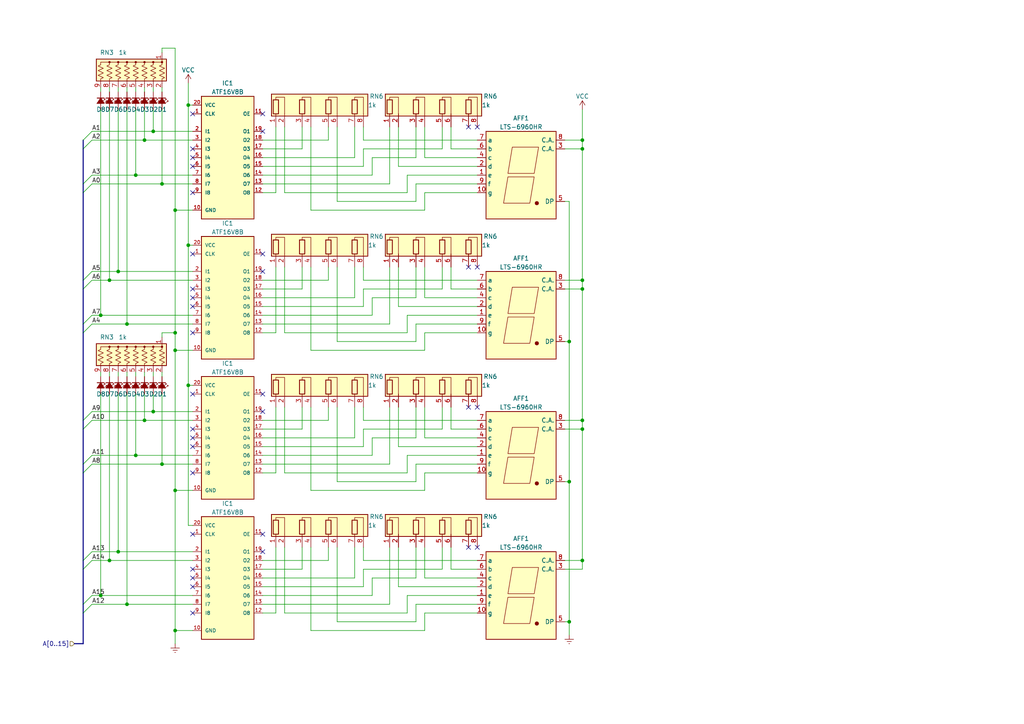
<source format=kicad_sch>
(kicad_sch (version 20230121) (generator eeschema)
  (paper "A4")
  (lib_symbols
    (symbol "ATF16V8B:ATF16V8B" (pin_names (offset 1.016))
      (property "Reference" "IC" (at -7.6215 19.0537 0))
      (property "Value" "ATF16V8B" (at -7.6215 -20.3241 0))
      (symbol "ATF16V8B_0_0"
        (rectangle (start -7.62 -17.78) (end 7.62 17.78) (stroke (width 0.254)) (fill (type background)))
        (pin input line (at -10.16 12.7 0) (length 2.54) (name "CLK") (number "1"))
        (pin power_in line (at -10.16 -15.24 0) (length 2.54) (name "GND") (number "10"))
        (pin input line (at 10.16 12.7 180) (length 2.54) (name "OE") (number "11"))
        (pin output line (at 10.16 -10.16 180) (length 2.54) (name "O8") (number "12"))
        (pin output line (at 10.16 -7.62 180) (length 2.54) (name "O7") (number "13"))
        (pin output line (at 10.16 -5.08 180) (length 2.54) (name "O6") (number "14"))
        (pin output line (at 10.16 -2.54 180) (length 2.54) (name "O5") (number "15"))
        (pin output line (at 10.16 0 180) (length 2.54) (name "O4") (number "16"))
        (pin output line (at 10.16 2.54 180) (length 2.54) (name "O3") (number "17"))
        (pin output line (at 10.16 5.08 180) (length 2.54) (name "O2") (number "18"))
        (pin output line (at 10.16 7.62 180) (length 2.54) (name "O1") (number "19"))
        (pin input line (at -10.16 7.62 0) (length 2.54) (name "I1") (number "2"))
        (pin power_in line (at -10.16 15.24 0) (length 2.54) (name "VCC") (number "20"))
        (pin input line (at -10.16 5.08 0) (length 2.54) (name "I2") (number "3"))
        (pin input line (at -10.16 2.54 0) (length 2.54) (name "I3") (number "4"))
        (pin input line (at -10.16 0 0) (length 2.54) (name "I4") (number "5"))
        (pin input line (at -10.16 -2.54 0) (length 2.54) (name "I5") (number "6"))
        (pin input line (at -10.16 -5.08 0) (length 2.54) (name "I6") (number "7"))
        (pin input line (at -10.16 -7.62 0) (length 2.54) (name "I7") (number "8"))
        (pin input line (at -10.16 -10.16 0) (length 2.54) (name "I8") (number "9"))
      )
    )
    (symbol "Device:LED_Small_Filled" (pin_numbers hide) (pin_names (offset 0.254) hide)
      (property "Reference" "D" (at -1.27 3.175 0))
      (property "Value" "LED_Small_Filled" (at -4.445 -2.54 0))
      (symbol "LED_Small_Filled_0_1"
        (polyline (pts (xy -0.762 -1.016) (xy -0.762 1.016)) (stroke (width 0.254)))
        (polyline (pts (xy 1.016 0) (xy -0.762 0)))
        (polyline (pts (xy 0.762 -1.016) (xy -0.762 0) (xy 0.762 1.016) (xy 0.762 -1.016)) (stroke (width 0.254)) (fill (type outline)))
        (polyline (pts (xy 0 0.762) (xy -0.508 1.27) (xy -0.254 1.27) (xy -0.508 1.27) (xy -0.508 1.016)))
        (polyline (pts (xy 0.508 1.27) (xy 0 1.778) (xy 0.254 1.778) (xy 0 1.778) (xy 0 1.524)))
      )
      (symbol "LED_Small_Filled_1_1"
        (pin passive line (at -2.54 0 0) (length 1.778) (name "K") (number "1"))
        (pin passive line (at 2.54 0 180) (length 1.778) (name "A") (number "2"))
      )
    )
    (symbol "Device:R_Network08_US" (pin_names (offset 0) hide)
      (property "Reference" "RN" (at -12.7 0 90))
      (property "Value" "R_Network08_US" (at 10.16 0 90))
      (symbol "R_Network08_US_0_1"
        (rectangle (start -11.43 -3.175) (end 8.89 3.175) (stroke (width 0.254)) (fill (type background)))
        (circle (center -10.16 2.286) (radius 0.254) (fill (type outline)))
        (circle (center -7.62 2.286) (radius 0.254) (fill (type outline)))
        (circle (center -5.08 2.286) (radius 0.254) (fill (type outline)))
        (circle (center -2.54 2.286) (radius 0.254) (fill (type outline)))
        (polyline (pts (xy -10.16 2.286) (xy 7.62 2.286)))
        (polyline (pts (xy -10.16 2.286) (xy -10.16 1.524) (xy -9.398 1.1684) (xy -10.922 0.508) (xy -9.398 -0.1524) (xy -10.922 -0.8382) (xy -9.398 -1.524) (xy -10.922 -2.1844) (xy -10.16 -2.54) (xy -10.16 -3.81)))
        (polyline (pts (xy -7.62 2.286) (xy -7.62 1.524) (xy -6.858 1.1684) (xy -8.382 0.508) (xy -6.858 -0.1524) (xy -8.382 -0.8382) (xy -6.858 -1.524) (xy -8.382 -2.1844) (xy -7.62 -2.54) (xy -7.62 -3.81)))
        (polyline (pts (xy -5.08 2.286) (xy -5.08 1.524) (xy -4.318 1.1684) (xy -5.842 0.508) (xy -4.318 -0.1524) (xy -5.842 -0.8382) (xy -4.318 -1.524) (xy -5.842 -2.1844) (xy -5.08 -2.54) (xy -5.08 -3.81)))
        (polyline (pts (xy -2.54 2.286) (xy -2.54 1.524) (xy -1.778 1.1684) (xy -3.302 0.508) (xy -1.778 -0.1524) (xy -3.302 -0.8382) (xy -1.778 -1.524) (xy -3.302 -2.1844) (xy -2.54 -2.54) (xy -2.54 -3.81)))
        (polyline (pts (xy 0 2.286) (xy 0 1.524) (xy 0.762 1.1684) (xy -0.762 0.508) (xy 0.762 -0.1524) (xy -0.762 -0.8382) (xy 0.762 -1.524) (xy -0.762 -2.1844) (xy 0 -2.54) (xy 0 -3.81)))
        (polyline (pts (xy 2.54 2.286) (xy 2.54 1.524) (xy 3.302 1.1684) (xy 1.778 0.508) (xy 3.302 -0.1524) (xy 1.778 -0.8382) (xy 3.302 -1.524) (xy 1.778 -2.1844) (xy 2.54 -2.54) (xy 2.54 -3.81)))
        (polyline (pts (xy 5.08 2.286) (xy 5.08 1.524) (xy 5.842 1.1684) (xy 4.318 0.508) (xy 5.842 -0.1524) (xy 4.318 -0.8382) (xy 5.842 -1.524) (xy 4.318 -2.1844) (xy 5.08 -2.54) (xy 5.08 -3.81)))
        (polyline (pts (xy 7.62 2.286) (xy 7.62 1.524) (xy 8.382 1.1684) (xy 6.858 0.508) (xy 8.382 -0.1524) (xy 6.858 -0.8382) (xy 8.382 -1.524) (xy 6.858 -2.1844) (xy 7.62 -2.54) (xy 7.62 -3.81)))
        (circle (center 0 2.286) (radius 0.254) (fill (type outline)))
        (circle (center 2.54 2.286) (radius 0.254) (fill (type outline)))
        (circle (center 5.08 2.286) (radius 0.254) (fill (type outline)))
      )
      (symbol "R_Network08_US_1_1"
        (pin passive line (at -10.16 5.08 270) (length 2.54) (name "common") (number "1"))
        (pin passive line (at -10.16 -5.08 90) (length 1.27) (name "R1") (number "2"))
        (pin passive line (at -7.62 -5.08 90) (length 1.27) (name "R2") (number "3"))
        (pin passive line (at -5.08 -5.08 90) (length 1.27) (name "R3") (number "4"))
        (pin passive line (at -2.54 -5.08 90) (length 1.27) (name "R4") (number "5"))
        (pin passive line (at 0 -5.08 90) (length 1.27) (name "R5") (number "6"))
        (pin passive line (at 2.54 -5.08 90) (length 1.27) (name "R6") (number "7"))
        (pin passive line (at 5.08 -5.08 90) (length 1.27) (name "R7") (number "8"))
        (pin passive line (at 7.62 -5.08 90) (length 1.27) (name "R8") (number "9"))
      )
    )
    (symbol "Device:R_Pack04_SIP" (pin_names (offset 0) hide)
      (property "Reference" "RN" (at -15.24 0 90))
      (property "Value" "R_Pack04_SIP" (at 15.24 0 90))
      (symbol "R_Pack04_SIP_0_1"
        (rectangle (start -13.97 -1.905) (end 13.97 4.445) (stroke (width 0.254)) (fill (type background)))
        (rectangle (start -13.462 2.794) (end -11.938 -1.27) (stroke (width 0.254)))
        (rectangle (start -5.842 2.794) (end -4.318 -1.27) (stroke (width 0.254)))
        (polyline (pts (xy -12.7 2.794) (xy -12.7 3.556) (xy -10.16 3.556) (xy -10.16 -1.27)))
        (polyline (pts (xy -5.08 2.794) (xy -5.08 3.556) (xy -2.54 3.556) (xy -2.54 -1.27)))
        (polyline (pts (xy 2.54 2.794) (xy 2.54 3.556) (xy 5.08 3.556) (xy 5.08 -1.27)))
        (polyline (pts (xy 10.16 2.794) (xy 10.16 3.556) (xy 12.7 3.556) (xy 12.7 -1.27)))
        (rectangle (start 1.778 2.794) (end 3.302 -1.27) (stroke (width 0.254)))
        (rectangle (start 9.398 2.794) (end 10.922 -1.27) (stroke (width 0.254)))
      )
      (symbol "R_Pack04_SIP_1_1"
        (pin passive line (at -12.7 -5.08 90) (length 3.81) (name "R1.1") (number "1"))
        (pin passive line (at -10.16 -5.08 90) (length 3.81) (name "R1.2") (number "2"))
        (pin passive line (at -5.08 -5.08 90) (length 3.81) (name "R2.1") (number "3"))
        (pin passive line (at -2.54 -5.08 90) (length 3.81) (name "R2.2") (number "4"))
        (pin passive line (at 2.54 -5.08 90) (length 3.81) (name "R3.1") (number "5"))
        (pin passive line (at 5.08 -5.08 90) (length 3.81) (name "R3.2") (number "6"))
        (pin passive line (at 10.16 -5.08 90) (length 3.81) (name "R4.1") (number "7"))
        (pin passive line (at 12.7 -5.08 90) (length 3.81) (name "R4.2") (number "8"))
      )
    )
    (symbol "Display_Character:LTS-6960HR"
      (property "Reference" "AFF" (at -7.874 13.97 0))
      (property "Value" "LTS-6960HR" (at -2.032 13.97 0))
      (symbol "LTS-6960HR_0_1"
        (rectangle (start -10.16 12.7) (end 10.16 -12.7) (stroke (width 0.254)) (fill (type background)))
        (polyline (pts (xy -3.81 -0.508) (xy 3.81 -0.508) (xy 2.54 -8.128) (xy -5.08 -8.128) (xy -3.81 -0.508) (xy -3.81 -0.508)))
        (polyline (pts (xy -2.54 8.128) (xy 5.08 8.128) (xy 3.81 0.508) (xy -3.81 0.508) (xy -2.54 8.128) (xy -2.54 8.128)))
        (circle (center 4.572 -8.128) (radius 0.508) (fill (type outline)))
      )
      (symbol "LTS-6960HR_1_1"
        (pin passive line (at -12.7 0 0) (length 2.54) (name "e") (number "1"))
        (pin passive line (at -12.7 -5.08 0) (length 2.54) (name "g") (number "10"))
        (pin passive line (at -12.7 2.54 0) (length 2.54) (name "d") (number "2"))
        (pin passive line (at 12.7 7.62 180) (length 2.54) (name "C.A.") (number "3"))
        (pin passive line (at -12.7 5.08 0) (length 2.54) (name "c") (number "4"))
        (pin passive line (at 12.7 -7.62 180) (length 2.54) (name "DP") (number "5"))
        (pin passive line (at -12.7 7.62 0) (length 2.54) (name "b") (number "6"))
        (pin passive line (at -12.7 10.16 0) (length 2.54) (name "a") (number "7"))
        (pin passive line (at 12.7 10.16 180) (length 2.54) (name "C.A.") (number "8"))
        (pin passive line (at -12.7 -2.54 0) (length 2.54) (name "f") (number "9"))
      )
    )
    (symbol "power:Earth" (power) (pin_names (offset 0))
      (symbol "Earth_0_1"
        (polyline (pts (xy -0.635 -1.905) (xy 0.635 -1.905)))
        (polyline (pts (xy -0.127 -2.54) (xy 0.127 -2.54)))
        (polyline (pts (xy 0 -1.27) (xy 0 0)))
        (polyline (pts (xy 1.27 -1.27) (xy -1.27 -1.27)))
      )
      (symbol "Earth_1_1"
        (pin power_in line (at 0 0 270) (length 0) hide (name "Earth") (number "1"))
      )
    )
    (symbol "power:VCC" (power) (pin_names (offset 0))
      (property "Value" "VCC" (at 0 3.81 0))
      (symbol "VCC_0_1"
        (polyline (pts (xy -0.762 1.27) (xy 0 2.54)))
        (polyline (pts (xy 0 0) (xy 0 2.54)))
        (polyline (pts (xy 0 2.54) (xy 0.762 1.27)))
      )
      (symbol "VCC_1_1"
        (pin power_in line (at 0 0 90) (length 0) hide (name "VCC") (number "1"))
      )
    )
  )
  (junction (at 50.8 101.6))
  (junction (at 168.91 83.82))
  (junction (at 46.99 53.34))
  (junction (at 46.99 134.62))
  (junction (at 168.91 43.18))
  (junction (at 44.45 38.1))
  (junction (at 44.45 119.38))
  (junction (at 31.75 81.28))
  (junction (at 168.91 40.64))
  (junction (at 29.21 172.72))
  (junction (at 29.21 91.44))
  (junction (at 41.91 40.64))
  (junction (at 168.91 121.92))
  (junction (at 54.61 71.12))
  (junction (at 165.1 180.34))
  (junction (at 34.29 78.74))
  (junction (at 50.8 60.96))
  (junction (at 54.61 111.76))
  (junction (at 36.83 93.98))
  (junction (at 36.83 175.26))
  (junction (at 34.29 160.02))
  (junction (at 39.37 50.8))
  (junction (at 41.91 121.92))
  (junction (at 39.37 132.08))
  (junction (at 165.1 139.7))
  (junction (at 31.75 162.56))
  (junction (at 54.61 30.48))
  (junction (at 168.91 124.46))
  (junction (at 50.8 182.88))
  (junction (at 168.91 162.56))
  (junction (at 50.8 96.52))
  (junction (at 165.1 99.06))
  (junction (at 50.8 142.24))
  (junction (at 168.91 81.28))
  (no_connect (at 55.88 33.02))
  (no_connect (at 55.88 170.18))
  (no_connect (at 76.2 38.1))
  (no_connect (at 76.2 78.74))
  (no_connect (at 76.2 160.02))
  (no_connect (at 138.43 158.75))
  (no_connect (at 55.88 55.88))
  (no_connect (at 76.2 119.38))
  (no_connect (at 55.88 129.54))
  (no_connect (at 55.88 177.8))
  (no_connect (at 55.88 43.18))
  (no_connect (at 55.88 86.36))
  (no_connect (at 76.2 154.94))
  (no_connect (at 55.88 83.82))
  (no_connect (at 76.2 33.02))
  (no_connect (at 55.88 48.26))
  (no_connect (at 55.88 45.72))
  (no_connect (at 135.89 118.11))
  (no_connect (at 138.43 36.83))
  (no_connect (at 55.88 124.46))
  (no_connect (at 55.88 154.94))
  (no_connect (at 55.88 137.16))
  (no_connect (at 55.88 88.9))
  (no_connect (at 138.43 77.47))
  (no_connect (at 76.2 73.66))
  (no_connect (at 55.88 114.3))
  (no_connect (at 135.89 158.75))
  (no_connect (at 138.43 118.11))
  (no_connect (at 55.88 165.1))
  (no_connect (at 135.89 77.47))
  (no_connect (at 55.88 73.66))
  (no_connect (at 135.89 36.83))
  (no_connect (at 55.88 167.64))
  (no_connect (at 55.88 127))
  (no_connect (at 55.88 96.52))
  (no_connect (at 76.2 114.3))
  (bus_entry (at 24.13 175.26) (size 2.54 -2.54))
  (bus_entry (at 24.13 55.88) (size 2.54 -2.54))
  (bus_entry (at 24.13 124.46) (size 2.54 -2.54))
  (bus_entry (at 24.13 43.18) (size 2.54 -2.54))
  (bus_entry (at 24.13 121.92) (size 2.54 -2.54))
  (bus_entry (at 24.13 134.62) (size 2.54 -2.54))
  (bus_entry (at 24.13 96.52) (size 2.54 -2.54))
  (bus_entry (at 24.13 137.16) (size 2.54 -2.54))
  (bus_entry (at 24.13 81.28) (size 2.54 -2.54))
  (bus_entry (at 24.13 53.34) (size 2.54 -2.54))
  (bus_entry (at 24.13 93.98) (size 2.54 -2.54))
  (bus_entry (at 24.13 177.8) (size 2.54 -2.54))
  (bus_entry (at 24.13 162.56) (size 2.54 -2.54))
  (bus_entry (at 24.13 83.82) (size 2.54 -2.54))
  (bus_entry (at 24.13 165.1) (size 2.54 -2.54))
  (bus_entry (at 24.13 40.64) (size 2.54 -2.54))
  (wire (pts (xy 123.19 177.8) (xy 138.43 177.8)))
  (wire (pts (xy 55.88 142.24) (xy 50.8 142.24)))
  (wire (pts (xy 50.8 142.24) (xy 50.8 182.88)))
  (wire (pts (xy 128.27 77.47) (xy 128.27 83.82)))
  (bus (pts (xy 24.13 55.88) (xy 24.13 81.28)))
  (wire (pts (xy 41.91 25.4) (xy 41.91 26.67)))
  (wire (pts (xy 120.65 175.26) (xy 138.43 175.26)))
  (wire (pts (xy 128.27 36.83) (xy 128.27 43.18)))
  (wire (pts (xy 163.83 43.18) (xy 168.91 43.18)))
  (bus (pts (xy 24.13 83.82) (xy 24.13 93.98)))
  (wire (pts (xy 113.03 134.62) (xy 76.2 134.62)))
  (wire (pts (xy 118.11 172.72) (xy 118.11 177.8)))
  (bus (pts (xy 24.13 121.92) (xy 24.13 124.46)))
  (wire (pts (xy 165.1 58.42) (xy 165.1 99.06)))
  (wire (pts (xy 36.83 25.4) (xy 36.83 26.67)))
  (wire (pts (xy 54.61 30.48) (xy 55.88 30.48)))
  (wire (pts (xy 54.61 111.76) (xy 54.61 152.4)))
  (wire (pts (xy 31.75 114.3) (xy 31.75 162.56)))
  (wire (pts (xy 44.45 119.38) (xy 55.88 119.38)))
  (wire (pts (xy 163.83 162.56) (xy 168.91 162.56)))
  (wire (pts (xy 168.91 124.46) (xy 168.91 121.92)))
  (wire (pts (xy 130.81 83.82) (xy 130.81 77.47)))
  (wire (pts (xy 76.2 43.18) (xy 87.63 43.18)))
  (wire (pts (xy 115.57 48.26) (xy 115.57 36.83)))
  (wire (pts (xy 163.83 83.82) (xy 168.91 83.82)))
  (wire (pts (xy 26.67 40.64) (xy 41.91 40.64)))
  (wire (pts (xy 97.79 158.75) (xy 97.79 180.34)))
  (wire (pts (xy 163.83 121.92) (xy 168.91 121.92)))
  (wire (pts (xy 120.65 53.34) (xy 138.43 53.34)))
  (wire (pts (xy 26.67 91.44) (xy 29.21 91.44)))
  (bus (pts (xy 24.13 40.64) (xy 24.13 43.18)))
  (wire (pts (xy 120.65 93.98) (xy 138.43 93.98)))
  (wire (pts (xy 163.83 139.7) (xy 165.1 139.7)))
  (bus (pts (xy 24.13 96.52) (xy 24.13 121.92)))
  (wire (pts (xy 102.87 118.11) (xy 102.87 127)))
  (wire (pts (xy 31.75 31.75) (xy 31.75 81.28)))
  (wire (pts (xy 26.67 160.02) (xy 34.29 160.02)))
  (wire (pts (xy 44.45 114.3) (xy 44.45 119.38)))
  (bus (pts (xy 24.13 124.46) (xy 24.13 134.62)))
  (wire (pts (xy 120.65 180.34) (xy 120.65 175.26)))
  (wire (pts (xy 130.81 124.46) (xy 130.81 118.11)))
  (wire (pts (xy 120.65 77.47) (xy 120.65 86.36)))
  (wire (pts (xy 36.83 107.95) (xy 36.83 109.22)))
  (bus (pts (xy 24.13 165.1) (xy 24.13 175.26)))
  (wire (pts (xy 50.8 60.96) (xy 55.88 60.96)))
  (wire (pts (xy 54.61 111.76) (xy 54.61 71.12)))
  (wire (pts (xy 29.21 31.75) (xy 29.21 91.44)))
  (bus (pts (xy 24.13 134.62) (xy 24.13 137.16)))
  (wire (pts (xy 115.57 129.54) (xy 115.57 118.11)))
  (wire (pts (xy 50.8 101.6) (xy 50.8 142.24)))
  (wire (pts (xy 95.25 162.56) (xy 95.25 158.75)))
  (wire (pts (xy 163.83 99.06) (xy 165.1 99.06)))
  (wire (pts (xy 128.27 124.46) (xy 105.41 124.46)))
  (bus (pts (xy 24.13 177.8) (xy 24.13 186.69)))
  (wire (pts (xy 31.75 81.28) (xy 55.88 81.28)))
  (bus (pts (xy 24.13 137.16) (xy 24.13 162.56)))
  (wire (pts (xy 105.41 124.46) (xy 105.41 129.54)))
  (wire (pts (xy 95.25 40.64) (xy 95.25 36.83)))
  (wire (pts (xy 54.61 152.4) (xy 55.88 152.4)))
  (wire (pts (xy 46.99 13.97) (xy 50.8 13.97)))
  (wire (pts (xy 44.45 107.95) (xy 44.45 109.22)))
  (wire (pts (xy 26.67 119.38) (xy 44.45 119.38)))
  (wire (pts (xy 120.65 118.11) (xy 120.65 127)))
  (wire (pts (xy 118.11 132.08) (xy 138.43 132.08)))
  (wire (pts (xy 29.21 91.44) (xy 55.88 91.44)))
  (wire (pts (xy 26.67 93.98) (xy 36.83 93.98)))
  (wire (pts (xy 76.2 40.64) (xy 95.25 40.64)))
  (wire (pts (xy 39.37 50.8) (xy 55.88 50.8)))
  (wire (pts (xy 165.1 139.7) (xy 165.1 180.34)))
  (wire (pts (xy 54.61 71.12) (xy 55.88 71.12)))
  (wire (pts (xy 120.65 158.75) (xy 120.65 167.64)))
  (wire (pts (xy 105.41 36.83) (xy 105.41 40.64)))
  (wire (pts (xy 120.65 167.64) (xy 107.95 167.64)))
  (wire (pts (xy 120.65 139.7) (xy 120.65 134.62)))
  (wire (pts (xy 95.25 81.28) (xy 95.25 77.47)))
  (wire (pts (xy 76.2 137.16) (xy 80.01 137.16)))
  (wire (pts (xy 128.27 158.75) (xy 128.27 165.1)))
  (wire (pts (xy 34.29 31.75) (xy 34.29 78.74)))
  (wire (pts (xy 105.41 162.56) (xy 138.43 162.56)))
  (wire (pts (xy 90.17 182.88) (xy 123.19 182.88)))
  (wire (pts (xy 120.65 134.62) (xy 138.43 134.62)))
  (wire (pts (xy 80.01 55.88) (xy 80.01 36.83)))
  (wire (pts (xy 46.99 53.34) (xy 55.88 53.34)))
  (wire (pts (xy 46.99 97.79) (xy 46.99 96.52)))
  (wire (pts (xy 46.99 107.95) (xy 46.99 109.22)))
  (wire (pts (xy 46.99 31.75) (xy 46.99 53.34)))
  (wire (pts (xy 76.2 165.1) (xy 87.63 165.1)))
  (wire (pts (xy 76.2 177.8) (xy 80.01 177.8)))
  (wire (pts (xy 123.19 86.36) (xy 123.19 77.47)))
  (wire (pts (xy 50.8 182.88) (xy 50.8 186.69)))
  (wire (pts (xy 138.43 129.54) (xy 115.57 129.54)))
  (wire (pts (xy 76.2 55.88) (xy 80.01 55.88)))
  (wire (pts (xy 34.29 107.95) (xy 34.29 109.22)))
  (wire (pts (xy 41.91 121.92) (xy 55.88 121.92)))
  (bus (pts (xy 24.13 53.34) (xy 24.13 55.88)))
  (wire (pts (xy 34.29 25.4) (xy 34.29 26.67)))
  (wire (pts (xy 138.43 45.72) (xy 123.19 45.72)))
  (wire (pts (xy 138.43 83.82) (xy 130.81 83.82)))
  (wire (pts (xy 76.2 96.52) (xy 80.01 96.52)))
  (wire (pts (xy 163.83 40.64) (xy 168.91 40.64)))
  (wire (pts (xy 76.2 162.56) (xy 95.25 162.56)))
  (wire (pts (xy 165.1 99.06) (xy 165.1 139.7)))
  (wire (pts (xy 107.95 91.44) (xy 76.2 91.44)))
  (wire (pts (xy 97.79 139.7) (xy 120.65 139.7)))
  (wire (pts (xy 76.2 81.28) (xy 95.25 81.28)))
  (wire (pts (xy 97.79 180.34) (xy 120.65 180.34)))
  (wire (pts (xy 168.91 124.46) (xy 168.91 162.56)))
  (wire (pts (xy 107.95 50.8) (xy 76.2 50.8)))
  (wire (pts (xy 39.37 25.4) (xy 39.37 26.67)))
  (wire (pts (xy 120.65 127) (xy 107.95 127)))
  (wire (pts (xy 29.21 107.95) (xy 29.21 109.22)))
  (wire (pts (xy 113.03 93.98) (xy 76.2 93.98)))
  (wire (pts (xy 82.55 77.47) (xy 82.55 96.52)))
  (wire (pts (xy 105.41 83.82) (xy 105.41 88.9)))
  (wire (pts (xy 87.63 43.18) (xy 87.63 36.83)))
  (wire (pts (xy 46.99 25.4) (xy 46.99 26.67)))
  (wire (pts (xy 128.27 83.82) (xy 105.41 83.82)))
  (wire (pts (xy 113.03 36.83) (xy 113.03 53.34)))
  (wire (pts (xy 105.41 170.18) (xy 76.2 170.18)))
  (bus (pts (xy 24.13 81.28) (xy 24.13 83.82)))
  (wire (pts (xy 97.79 99.06) (xy 120.65 99.06)))
  (wire (pts (xy 87.63 124.46) (xy 87.63 118.11)))
  (wire (pts (xy 80.01 137.16) (xy 80.01 118.11)))
  (wire (pts (xy 123.19 101.6) (xy 123.19 96.52)))
  (wire (pts (xy 26.67 38.1) (xy 44.45 38.1)))
  (wire (pts (xy 46.99 114.3) (xy 46.99 134.62)))
  (wire (pts (xy 128.27 118.11) (xy 128.27 124.46)))
  (wire (pts (xy 113.03 158.75) (xy 113.03 175.26)))
  (wire (pts (xy 26.67 162.56) (xy 31.75 162.56)))
  (wire (pts (xy 36.83 114.3) (xy 36.83 175.26)))
  (wire (pts (xy 39.37 132.08) (xy 55.88 132.08)))
  (wire (pts (xy 107.95 167.64) (xy 107.95 172.72)))
  (wire (pts (xy 97.79 118.11) (xy 97.79 139.7)))
  (wire (pts (xy 107.95 127) (xy 107.95 132.08)))
  (wire (pts (xy 97.79 36.83) (xy 97.79 58.42)))
  (wire (pts (xy 36.83 93.98) (xy 55.88 93.98)))
  (wire (pts (xy 107.95 45.72) (xy 107.95 50.8)))
  (wire (pts (xy 123.19 167.64) (xy 123.19 158.75)))
  (bus (pts (xy 24.13 43.18) (xy 24.13 53.34)))
  (wire (pts (xy 105.41 88.9) (xy 76.2 88.9)))
  (wire (pts (xy 90.17 36.83) (xy 90.17 60.96)))
  (wire (pts (xy 138.43 48.26) (xy 115.57 48.26)))
  (wire (pts (xy 163.83 124.46) (xy 168.91 124.46)))
  (bus (pts (xy 21.59 186.69) (xy 24.13 186.69)))
  (wire (pts (xy 90.17 142.24) (xy 123.19 142.24)))
  (bus (pts (xy 24.13 162.56) (xy 24.13 165.1)))
  (wire (pts (xy 26.67 81.28) (xy 31.75 81.28)))
  (wire (pts (xy 123.19 96.52) (xy 138.43 96.52)))
  (wire (pts (xy 82.55 177.8) (xy 118.11 177.8)))
  (wire (pts (xy 76.2 127) (xy 102.87 127)))
  (wire (pts (xy 76.2 45.72) (xy 102.87 45.72)))
  (wire (pts (xy 76.2 83.82) (xy 87.63 83.82)))
  (wire (pts (xy 76.2 86.36) (xy 102.87 86.36)))
  (wire (pts (xy 113.03 175.26) (xy 76.2 175.26)))
  (wire (pts (xy 138.43 124.46) (xy 130.81 124.46)))
  (wire (pts (xy 113.03 53.34) (xy 76.2 53.34)))
  (wire (pts (xy 168.91 43.18) (xy 168.91 81.28)))
  (wire (pts (xy 29.21 172.72) (xy 55.88 172.72)))
  (wire (pts (xy 123.19 60.96) (xy 123.19 55.88)))
  (wire (pts (xy 138.43 167.64) (xy 123.19 167.64)))
  (wire (pts (xy 26.67 53.34) (xy 46.99 53.34)))
  (wire (pts (xy 44.45 31.75) (xy 44.45 38.1)))
  (wire (pts (xy 46.99 96.52) (xy 50.8 96.52)))
  (wire (pts (xy 54.61 30.48) (xy 54.61 71.12)))
  (wire (pts (xy 120.65 36.83) (xy 120.65 45.72)))
  (wire (pts (xy 50.8 96.52) (xy 50.8 60.96)))
  (wire (pts (xy 168.91 31.75) (xy 168.91 40.64)))
  (wire (pts (xy 87.63 83.82) (xy 87.63 77.47)))
  (wire (pts (xy 39.37 107.95) (xy 39.37 109.22)))
  (wire (pts (xy 34.29 78.74) (xy 55.88 78.74)))
  (wire (pts (xy 120.65 99.06) (xy 120.65 93.98)))
  (wire (pts (xy 118.11 50.8) (xy 118.11 55.88)))
  (wire (pts (xy 105.41 77.47) (xy 105.41 81.28)))
  (wire (pts (xy 39.37 114.3) (xy 39.37 132.08)))
  (wire (pts (xy 76.2 167.64) (xy 102.87 167.64)))
  (wire (pts (xy 118.11 172.72) (xy 138.43 172.72)))
  (wire (pts (xy 34.29 114.3) (xy 34.29 160.02)))
  (wire (pts (xy 26.67 50.8) (xy 39.37 50.8)))
  (wire (pts (xy 163.83 81.28) (xy 168.91 81.28)))
  (wire (pts (xy 26.67 121.92) (xy 41.91 121.92)))
  (wire (pts (xy 55.88 101.6) (xy 50.8 101.6)))
  (wire (pts (xy 120.65 45.72) (xy 107.95 45.72)))
  (wire (pts (xy 138.43 127) (xy 123.19 127)))
  (wire (pts (xy 31.75 25.4) (xy 31.75 26.67)))
  (wire (pts (xy 163.83 165.1) (xy 168.91 165.1)))
  (wire (pts (xy 123.19 127) (xy 123.19 118.11)))
  (wire (pts (xy 26.67 78.74) (xy 34.29 78.74)))
  (wire (pts (xy 105.41 81.28) (xy 138.43 81.28)))
  (wire (pts (xy 82.55 96.52) (xy 118.11 96.52)))
  (wire (pts (xy 168.91 83.82) (xy 168.91 121.92)))
  (wire (pts (xy 87.63 165.1) (xy 87.63 158.75)))
  (wire (pts (xy 46.99 13.97) (xy 46.99 15.24)))
  (wire (pts (xy 118.11 132.08) (xy 118.11 137.16)))
  (wire (pts (xy 97.79 58.42) (xy 120.65 58.42)))
  (wire (pts (xy 97.79 77.47) (xy 97.79 99.06)))
  (wire (pts (xy 105.41 43.18) (xy 105.41 48.26)))
  (wire (pts (xy 123.19 142.24) (xy 123.19 137.16)))
  (wire (pts (xy 105.41 158.75) (xy 105.41 162.56)))
  (wire (pts (xy 41.91 31.75) (xy 41.91 40.64)))
  (wire (pts (xy 130.81 165.1) (xy 130.81 158.75)))
  (wire (pts (xy 113.03 77.47) (xy 113.03 93.98)))
  (wire (pts (xy 80.01 177.8) (xy 80.01 158.75)))
  (wire (pts (xy 44.45 38.1) (xy 55.88 38.1)))
  (wire (pts (xy 90.17 101.6) (xy 123.19 101.6)))
  (wire (pts (xy 118.11 91.44) (xy 118.11 96.52)))
  (wire (pts (xy 90.17 118.11) (xy 90.17 142.24)))
  (wire (pts (xy 82.55 158.75) (xy 82.55 177.8)))
  (wire (pts (xy 44.45 25.4) (xy 44.45 26.67)))
  (wire (pts (xy 26.67 175.26) (xy 36.83 175.26)))
  (wire (pts (xy 138.43 86.36) (xy 123.19 86.36)))
  (wire (pts (xy 102.87 36.83) (xy 102.87 45.72)))
  (wire (pts (xy 163.83 58.42) (xy 165.1 58.42)))
  (wire (pts (xy 107.95 132.08) (xy 76.2 132.08)))
  (wire (pts (xy 36.83 175.26) (xy 55.88 175.26)))
  (wire (pts (xy 90.17 158.75) (xy 90.17 182.88)))
  (wire (pts (xy 82.55 36.83) (xy 82.55 55.88)))
  (wire (pts (xy 163.83 180.34) (xy 165.1 180.34)))
  (wire (pts (xy 105.41 121.92) (xy 138.43 121.92)))
  (wire (pts (xy 90.17 77.47) (xy 90.17 101.6)))
  (wire (pts (xy 26.67 134.62) (xy 46.99 134.62)))
  (wire (pts (xy 168.91 81.28) (xy 168.91 83.82)))
  (wire (pts (xy 107.95 172.72) (xy 76.2 172.72)))
  (wire (pts (xy 118.11 50.8) (xy 138.43 50.8)))
  (wire (pts (xy 41.91 107.95) (xy 41.91 109.22)))
  (wire (pts (xy 123.19 55.88) (xy 138.43 55.88)))
  (wire (pts (xy 76.2 124.46) (xy 87.63 124.46)))
  (wire (pts (xy 80.01 96.52) (xy 80.01 77.47)))
  (wire (pts (xy 90.17 60.96) (xy 123.19 60.96)))
  (wire (pts (xy 41.91 114.3) (xy 41.91 121.92)))
  (wire (pts (xy 168.91 43.18) (xy 168.91 40.64)))
  (wire (pts (xy 31.75 107.95) (xy 31.75 109.22)))
  (wire (pts (xy 130.81 43.18) (xy 130.81 36.83)))
  (wire (pts (xy 102.87 77.47) (xy 102.87 86.36)))
  (wire (pts (xy 55.88 182.88) (xy 50.8 182.88)))
  (wire (pts (xy 54.61 30.48) (xy 54.61 24.13)))
  (wire (pts (xy 120.65 58.42) (xy 120.65 53.34)))
  (wire (pts (xy 105.41 118.11) (xy 105.41 121.92)))
  (wire (pts (xy 120.65 86.36) (xy 107.95 86.36)))
  (wire (pts (xy 128.27 43.18) (xy 105.41 43.18)))
  (wire (pts (xy 138.43 165.1) (xy 130.81 165.1)))
  (bus (pts (xy 24.13 93.98) (xy 24.13 96.52)))
  (wire (pts (xy 115.57 170.18) (xy 115.57 158.75)))
  (wire (pts (xy 123.19 137.16) (xy 138.43 137.16)))
  (wire (pts (xy 138.43 43.18) (xy 130.81 43.18)))
  (wire (pts (xy 26.67 172.72) (xy 29.21 172.72)))
  (wire (pts (xy 76.2 121.92) (xy 95.25 121.92)))
  (wire (pts (xy 128.27 165.1) (xy 105.41 165.1)))
  (wire (pts (xy 118.11 91.44) (xy 138.43 91.44)))
  (wire (pts (xy 31.75 162.56) (xy 55.88 162.56)))
  (wire (pts (xy 82.55 137.16) (xy 118.11 137.16)))
  (wire (pts (xy 36.83 31.75) (xy 36.83 93.98)))
  (wire (pts (xy 115.57 88.9) (xy 115.57 77.47)))
  (bus (pts (xy 24.13 175.26) (xy 24.13 177.8)))
  (wire (pts (xy 55.88 111.76) (xy 54.61 111.76)))
  (wire (pts (xy 29.21 25.4) (xy 29.21 26.67)))
  (wire (pts (xy 26.67 132.08) (xy 39.37 132.08)))
  (wire (pts (xy 123.19 45.72) (xy 123.19 36.83)))
  (wire (pts (xy 123.19 182.88) (xy 123.19 177.8)))
  (wire (pts (xy 50.8 13.97) (xy 50.8 60.96)))
  (wire (pts (xy 39.37 31.75) (xy 39.37 50.8)))
  (wire (pts (xy 29.21 114.3) (xy 29.21 172.72)))
  (wire (pts (xy 102.87 158.75) (xy 102.87 167.64)))
  (wire (pts (xy 46.99 134.62) (xy 55.88 134.62)))
  (wire (pts (xy 165.1 180.34) (xy 165.1 184.15)))
  (wire (pts (xy 105.41 165.1) (xy 105.41 170.18)))
  (wire (pts (xy 105.41 48.26) (xy 76.2 48.26)))
  (wire (pts (xy 50.8 101.6) (xy 50.8 96.52)))
  (wire (pts (xy 107.95 86.36) (xy 107.95 91.44)))
  (wire (pts (xy 34.29 160.02) (xy 55.88 160.02)))
  (wire (pts (xy 95.25 121.92) (xy 95.25 118.11)))
  (wire (pts (xy 82.55 118.11) (xy 82.55 137.16)))
  (wire (pts (xy 168.91 165.1) (xy 168.91 162.56)))
  (wire (pts (xy 82.55 55.88) (xy 118.11 55.88)))
  (wire (pts (xy 105.41 40.64) (xy 138.43 40.64)))
  (wire (pts (xy 138.43 170.18) (xy 115.57 170.18)))
  (wire (pts (xy 105.41 129.54) (xy 76.2 129.54)))
  (wire (pts (xy 138.43 88.9) (xy 115.57 88.9)))
  (wire (pts (xy 113.03 118.11) (xy 113.03 134.62)))
  (wire (pts (xy 41.91 40.64) (xy 55.88 40.64)))
  (label "A6" (at 26.67 81.28 0))
  (label "A8" (at 26.67 134.62 0))
  (label "A10" (at 26.67 121.92 0))
  (label "A1" (at 26.67 38.1 0))
  (label "A12" (at 26.67 175.26 0))
  (label "A9" (at 26.67 119.38 0))
  (label "A15" (at 26.67 172.72 0))
  (label "A0" (at 26.67 53.34 0))
  (label "A3" (at 26.67 50.8 0))
  (label "A7" (at 26.67 91.44 0))
  (label "A4" (at 26.67 93.98 0))
  (label "A5" (at 26.67 78.74 0))
  (label "A13" (at 26.67 160.02 0))
  (label "A2" (at 26.67 40.64 0))
  (label "A11" (at 26.67 132.08 0))
  (label "A14" (at 26.67 162.56 0))
  (hierarchical_label "A[0..15]" (shape input) (at 21.59 186.69 180))
  (symbol (lib_id "Device:LED_Small_Filled") (at 41.91 111.76 270) (unit 1)
    (property "Reference" "D3" (at 40.64 114.3 90) (effects (justify left)))
    (property "Value" "LED_Small_Filled" (effects hide))
    (instances (project "rod6502" (path "" (reference "D3") (unit 1)) (path "" (reference "D14") (unit 1))))
  )
  (symbol (lib_id "power:VCC") (at 168.91 31.75 0) (unit 1)
    (property "Reference" "#PWR05" (effects hide))
    (property "Value" "+5V" (at 168.91 27.94 0))
    (instances (project "rod6502" (path "" (reference "#PWR05") (unit 1)) (path "" (reference "#PWR025") (unit 1)) (path "" (reference "#PWR044") (unit 1))))
  )
  (symbol (lib_id "Device:LED_Small_Filled") (at 46.99 29.21 270) (unit 1)
    (property "Reference" "D1" (at 45.72 31.75 90) (effects (justify left)))
    (property "Value" "LED_Small_Filled" (effects hide))
    (instances (project "rod6502" (path "" (reference "D1") (unit 1)) (path "" (reference "D8") (unit 1))))
  )
  (symbol (lib_id "Device:R_Pack04_SIP") (at 92.71 31.75 0) (unit 1)
    (property "Reference" "RN6" (at 109.22 27.94 0))
    (property "Value" "1k" (at 107.95 30.48 0))
    (property "Footprint" "Resistor_THT:R_Array_SIP8" (effects hide))
    (property "Datasheet" "http://www.vishay.com/docs/31509/csc.pdf" (effects hide))
    (instances (project "rod6502" (path "" (reference "RN6") (unit 1)) (path "" (reference "RN3") (unit 1))))
  )
  (symbol (lib_id "Device:LED_Small_Filled") (at 44.45 29.21 270) (unit 1)
    (property "Reference" "D2" (at 43.18 31.75 90) (effects (justify left)))
    (property "Value" "LED_Small_Filled" (effects hide))
    (instances (project "rod6502" (path "" (reference "D2") (unit 1)) (path "" (reference "D7") (unit 1))))
  )
  (symbol (lib_id "Device:R_Pack04_SIP") (at 125.73 31.75 0) (unit 1)
    (property "Reference" "RN6" (at 142.24 27.94 0))
    (property "Value" "1k" (at 140.97 30.48 0))
    (property "Footprint" "Resistor_THT:R_Array_SIP8" (effects hide))
    (property "Datasheet" "http://www.vishay.com/docs/31509/csc.pdf" (effects hide))
    (instances (project "rod6502" (path "" (reference "RN6") (unit 1)) (path "" (reference "RN4") (unit 1))))
  )
  (symbol (lib_id "Device:R_Pack04_SIP") (at 125.73 153.67 0) (unit 1)
    (property "Reference" "RN6" (at 142.24 149.86 0))
    (property "Value" "1k" (at 140.97 152.4 0))
    (property "Footprint" "Resistor_THT:R_Array_SIP8" (effects hide))
    (property "Datasheet" "http://www.vishay.com/docs/31509/csc.pdf" (effects hide))
    (instances (project "rod6502" (path "" (reference "RN6") (unit 1)) (path "" (reference "RN11") (unit 1))))
  )
  (symbol (lib_id "Device:LED_Small_Filled") (at 39.37 111.76 270) (unit 1)
    (property "Reference" "D4" (at 38.1 114.3 90) (effects (justify left)))
    (property "Value" "LED_Small_Filled" (effects hide))
    (instances (project "rod6502" (path "" (reference "D4") (unit 1)) (path "" (reference "D13") (unit 1))))
  )
  (symbol (lib_id "Device:R_Pack04_SIP") (at 92.71 113.03 0) (unit 1)
    (property "Reference" "RN6" (at 109.22 109.22 0))
    (property "Value" "1k" (at 107.95 111.76 0))
    (property "Footprint" "Resistor_THT:R_Array_SIP8" (effects hide))
    (property "Datasheet" "http://www.vishay.com/docs/31509/csc.pdf" (effects hide))
    (instances (project "rod6502" (path "" (reference "RN6") (unit 1)) (path "" (reference "RN8") (unit 1))))
  )
  (symbol (lib_id "Device:LED_Small_Filled") (at 39.37 29.21 270) (unit 1)
    (property "Reference" "D4" (at 38.1 31.75 90) (effects (justify left)))
    (property "Value" "LED_Small_Filled" (effects hide))
    (instances (project "rod6502" (path "" (reference "D4") (unit 1)) (path "" (reference "D5") (unit 1))))
  )
  (symbol (lib_id "Device:LED_Small_Filled") (at 46.99 111.76 270) (unit 1)
    (property "Reference" "D1" (at 45.72 114.3 90) (effects (justify left)))
    (property "Value" "LED_Small_Filled" (effects hide))
    (instances (project "rod6502" (path "" (reference "D1") (unit 1)) (path "" (reference "D16") (unit 1))))
  )
  (symbol (lib_id "Device:LED_Small_Filled") (at 34.29 111.76 270) (unit 1)
    (property "Reference" "D6" (at 33.02 114.3 90) (effects (justify left)))
    (property "Value" "LED_Small_Filled" (effects hide))
    (instances (project "rod6502" (path "" (reference "D6") (unit 1)) (path "" (reference "D11") (unit 1))))
  )
  (symbol (lib_id "Device:R_Pack04_SIP") (at 125.73 113.03 0) (unit 1)
    (property "Reference" "RN6" (at 142.24 109.22 0))
    (property "Value" "1k" (at 140.97 111.76 0))
    (property "Footprint" "Resistor_THT:R_Array_SIP8" (effects hide))
    (property "Datasheet" "http://www.vishay.com/docs/31509/csc.pdf" (effects hide))
    (instances (project "rod6502" (path "" (reference "RN6") (unit 1)) (path "" (reference "RN9") (unit 1))))
  )
  (symbol (lib_id "Device:R_Pack04_SIP") (at 92.71 72.39 0) (unit 1)
    (property "Reference" "RN6" (at 109.22 68.58 0))
    (property "Value" "1k" (at 107.95 71.12 0))
    (property "Footprint" "Resistor_THT:R_Array_SIP8" (effects hide))
    (property "Datasheet" "http://www.vishay.com/docs/31509/csc.pdf" (effects hide))
    (instances (project "rod6502" (path "" (reference "RN6") (unit 1)) (path "" (reference "RN5") (unit 1))))
  )
  (symbol (lib_id "Device:LED_Small_Filled") (at 41.91 29.21 270) (unit 1)
    (property "Reference" "D3" (at 40.64 31.75 90) (effects (justify left)))
    (property "Value" "LED_Small_Filled" (effects hide))
    (instances (project "rod6502" (path "" (reference "D3") (unit 1)) (path "" (reference "D6") (unit 1))))
  )
  (symbol (lib_id "ATF16V8B:ATF16V8B") (at 66.04 167.64 0) (unit 1)
    (property "Reference" "IC1" (at 66.04 146.05 0))
    (property "Value" "ATF16V8B" (at 66.04 148.59 0))
    (property "OC_FARNELL" "unknown" (effects hide))
    (property "OC_NEWARK" "unknown" (effects hide))
    (instances (project "rod6502" (path "" (reference "IC1") (unit 1)) (path "" (reference "IC4") (unit 1))))
  )
  (symbol (lib_id "Device:LED_Small_Filled") (at 36.83 111.76 270) (unit 1)
    (property "Reference" "D5" (at 35.56 114.3 90) (effects (justify left)))
    (property "Value" "LED_Small_Filled" (effects hide))
    (instances (project "rod6502" (path "" (reference "D5") (unit 1)) (path "" (reference "D12") (unit 1))))
  )
  (symbol (lib_id "Device:LED_Small_Filled") (at 31.75 29.21 270) (unit 1)
    (property "Reference" "D7" (at 30.48 31.75 90) (effects (justify left)))
    (property "Value" "LED_Small_Filled" (effects hide))
    (instances (project "rod6502" (path "" (reference "D7") (unit 1)) (path "" (reference "D2") (unit 1))))
  )
  (symbol (lib_id "Device:LED_Small_Filled") (at 29.21 111.76 270) (unit 1)
    (property "Reference" "D8" (at 27.94 114.3 90) (effects (justify left)))
    (property "Value" "LED_Small_Filled" (effects hide))
    (instances (project "rod6502" (path "" (reference "D8") (unit 1)) (path "" (reference "D9") (unit 1))))
  )
  (symbol (lib_id "ATF16V8B:ATF16V8B") (at 66.04 86.36 0) (unit 1)
    (property "Reference" "IC1" (at 66.04 64.77 0))
    (property "Value" "ATF16V8B" (at 66.04 67.31 0))
    (property "OC_FARNELL" "unknown" (effects hide))
    (property "OC_NEWARK" "unknown" (effects hide))
    (instances (project "rod6502" (path "" (reference "IC1") (unit 1)) (path "" (reference "IC2") (unit 1))))
  )
  (symbol (lib_id "Display_Character:LTS-6960HR") (at 151.13 172.72 0) (unit 1)
    (property "Reference" "AFF1" (at 151.13 156.21 0))
    (property "Value" "LTS-6960HR" (at 151.13 158.75 0))
    (property "Footprint" "Display_7Segment:7SegmentLED_LTS6760_LTS6780" (effects hide))
    (property "Datasheet" "https://datasheet.octopart.com/LTS-6960HR-Lite-On-datasheet-11803242.pdf" (effects hide))
    (instances (project "rod6502" (path "" (reference "AFF1") (unit 1)) (path "" (reference "AFF4") (unit 1))))
  )
  (symbol (lib_id "Device:LED_Small_Filled") (at 29.21 29.21 270) (unit 1)
    (property "Reference" "D8" (at 27.94 31.75 90) (effects (justify left)))
    (property "Value" "LED_Small_Filled" (effects hide))
    (instances (project "rod6502" (path "" (reference "D8") (unit 1)) (path "" (reference "D1") (unit 1))))
  )
  (symbol (lib_id "Display_Character:LTS-6960HR") (at 151.13 50.8 0) (unit 1)
    (property "Reference" "AFF1" (at 151.13 34.29 0))
    (property "Value" "LTS-6960HR" (at 151.13 36.83 0))
    (property "Footprint" "Display_7Segment:7SegmentLED_LTS6760_LTS6780" (effects hide))
    (property "Datasheet" "https://datasheet.octopart.com/LTS-6960HR-Lite-On-datasheet-11803242.pdf" (effects hide))
  )
  (symbol (lib_id "power:Earth") (at 50.8 186.69 0) (unit 1)
    (property "Reference" "#PWR046" (effects hide))
    (property "Value" "Earth" (effects hide))
  )
  (symbol (lib_id "Device:LED_Small_Filled") (at 31.75 111.76 270) (unit 1)
    (property "Reference" "D7" (at 30.48 114.3 90) (effects (justify left)))
    (property "Value" "LED_Small_Filled" (effects hide))
    (instances (project "rod6502" (path "" (reference "D7") (unit 1)) (path "" (reference "D10") (unit 1))))
  )
  (symbol (lib_id "Device:R_Pack04_SIP") (at 92.71 153.67 0) (unit 1)
    (property "Reference" "RN6" (at 109.22 149.86 0))
    (property "Value" "1k" (at 107.95 152.4 0))
    (property "Footprint" "Resistor_THT:R_Array_SIP8" (effects hide))
    (property "Datasheet" "http://www.vishay.com/docs/31509/csc.pdf" (effects hide))
    (instances (project "rod6502" (path "" (reference "RN6") (unit 1)) (path "" (reference "RN10") (unit 1))))
  )
  (symbol (lib_id "Device:R_Network08_US") (at 36.83 20.32 0) (mirror y) (unit 1)
    (property "Reference" "RN3" (at 33.02 15.24 0) (effects (justify left)))
    (property "Value" "1k" (at 36.83 15.24 0) (effects (justify left)))
    (property "Footprint" "Resistor_THT:R_Array_SIP9" (effects hide))
    (property "Datasheet" "http://www.vishay.com/docs/31509/csc.pdf" (effects hide))
    (instances (project "rod6502" (path "" (reference "RN3") (unit 1)) (path "" (reference "RN2") (unit 1))))
  )
  (symbol (lib_id "power:VCC") (at 54.61 24.13 0) (unit 1)
    (property "Reference" "#PWR05" (effects hide))
    (property "Value" "+5V" (at 54.61 20.32 0))
    (instances (project "rod6502" (path "" (reference "#PWR05") (unit 1)) (path "" (reference "#PWR025") (unit 1)) (path "" (reference "#PWR043") (unit 1))))
  )
  (symbol (lib_id "power:Earth") (at 165.1 184.15 0) (unit 1)
    (property "Reference" "#PWR045" (effects hide))
    (property "Value" "Earth" (effects hide))
  )
  (symbol (lib_id "ATF16V8B:ATF16V8B") (at 66.04 127 0) (unit 1)
    (property "Reference" "IC1" (at 66.04 105.41 0))
    (property "Value" "ATF16V8B" (at 66.04 107.95 0))
    (property "OC_FARNELL" "unknown" (effects hide))
    (property "OC_NEWARK" "unknown" (effects hide))
    (instances (project "rod6502" (path "" (reference "IC1") (unit 1)) (path "" (reference "IC3") (unit 1))))
  )
  (symbol (lib_id "Device:R_Network08_US") (at 36.83 102.87 0) (mirror y) (unit 1)
    (property "Reference" "RN3" (at 33.02 97.79 0) (effects (justify left)))
    (property "Value" "1k" (at 36.83 97.79 0) (effects (justify left)))
    (property "Footprint" "Resistor_THT:R_Array_SIP9" (effects hide))
    (property "Datasheet" "http://www.vishay.com/docs/31509/csc.pdf" (effects hide))
    (instances (project "rod6502" (path "" (reference "RN3") (unit 1)) (path "" (reference "RN7") (unit 1))))
  )
  (symbol (lib_id "Display_Character:LTS-6960HR") (at 151.13 132.08 0) (unit 1)
    (property "Reference" "AFF1" (at 151.13 115.57 0))
    (property "Value" "LTS-6960HR" (at 151.13 118.11 0))
    (property "Footprint" "Display_7Segment:7SegmentLED_LTS6760_LTS6780" (effects hide))
    (property "Datasheet" "https://datasheet.octopart.com/LTS-6960HR-Lite-On-datasheet-11803242.pdf" (effects hide))
    (instances (project "rod6502" (path "" (reference "AFF1") (unit 1)) (path "" (reference "AFF3") (unit 1))))
  )
  (symbol (lib_id "Device:R_Pack04_SIP") (at 125.73 72.39 0) (unit 1)
    (property "Reference" "RN6" (at 142.24 68.58 0))
    (property "Value" "1k" (at 140.97 71.12 0))
    (property "Footprint" "Resistor_THT:R_Array_SIP8" (effects hide))
    (property "Datasheet" "http://www.vishay.com/docs/31509/csc.pdf" (effects hide))
  )
  (symbol (lib_id "Device:LED_Small_Filled") (at 36.83 29.21 270) (unit 1)
    (property "Reference" "D5" (at 35.56 31.75 90) (effects (justify left)))
    (property "Value" "LED_Small_Filled" (effects hide))
    (instances (project "rod6502" (path "" (reference "D5") (unit 1)) (path "" (reference "D4") (unit 1))))
  )
  (symbol (lib_id "Device:LED_Small_Filled") (at 44.45 111.76 270) (unit 1)
    (property "Reference" "D2" (at 43.18 114.3 90) (effects (justify left)))
    (property "Value" "LED_Small_Filled" (effects hide))
    (instances (project "rod6502" (path "" (reference "D2") (unit 1)) (path "" (reference "D15") (unit 1))))
  )
  (symbol (lib_id "Device:LED_Small_Filled") (at 34.29 29.21 270) (unit 1)
    (property "Reference" "D6" (at 33.02 31.75 90) (effects (justify left)))
    (property "Value" "LED_Small_Filled" (effects hide))
    (instances (project "rod6502" (path "" (reference "D6") (unit 1)) (path "" (reference "D3") (unit 1))))
  )
  (symbol (lib_id "ATF16V8B:ATF16V8B") (at 66.04 45.72 0) (unit 1)
    (property "Reference" "IC1" (at 66.04 24.13 0))
    (property "Value" "ATF16V8B" (at 66.04 26.67 0))
    (property "OC_FARNELL" "unknown" (effects hide))
    (property "OC_NEWARK" "unknown" (effects hide))
  )
  (symbol (lib_id "Display_Character:LTS-6960HR") (at 151.13 91.44 0) (unit 1)
    (property "Reference" "AFF1" (at 151.13 74.93 0))
    (property "Value" "LTS-6960HR" (at 151.13 77.47 0))
    (property "Footprint" "Display_7Segment:7SegmentLED_LTS6760_LTS6780" (effects hide))
    (property "Datasheet" "https://datasheet.octopart.com/LTS-6960HR-Lite-On-datasheet-11803242.pdf" (effects hide))
    (instances (project "rod6502" (path "" (reference "AFF1") (unit 1)) (path "" (reference "AFF2") (unit 1))))
  )
)
</source>
